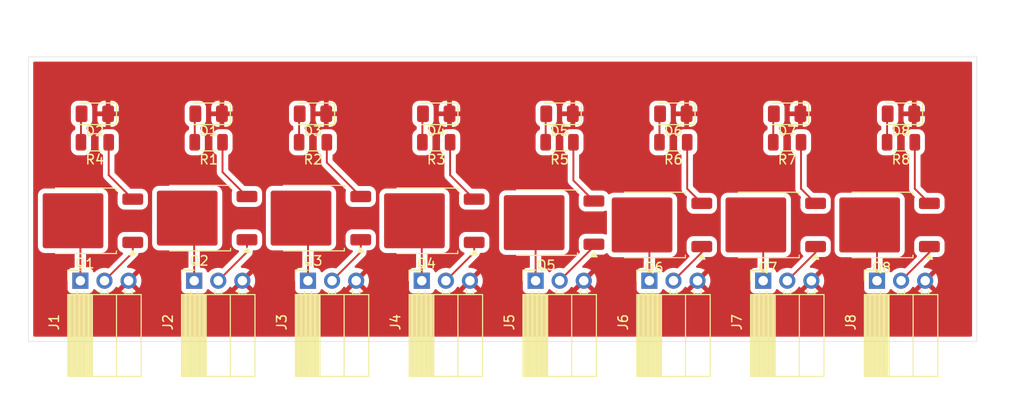
<source format=kicad_pcb>
(kicad_pcb (version 20241229) (generator "pcbnew") (generator_version "9.0")
  (layers (0 "F.Cu" signal) (2 "B.Cu" signal) (13 "F.Paste" user) (15 "B.Paste" user) (5 "F.SilkS" user "F.Silkscreen") (7 "B.SilkS" user "B.Silkscreen") (1 "F.Mask" user) (3 "B.Mask" user) (25 "Edge.Cuts" user))
  (net 0 "")
  (net 1 "GND")
  (net 2 "Net-(D1-A)")
  (net 3 "Net-(D2-A)")
  (net 4 "Net-(D3-A)")
  (net 5 "Net-(D4-A)")
  (net 6 "Net-(D5-A)")
  (net 7 "Net-(D6-A)")
  (net 8 "Net-(D7-A)")
  (net 9 "Net-(D8-A)")
  (net 10 "Net-(J1-Pin_2)")
  (net 11 "+5V")
  (net 12 "Net-(J2-Pin_2)")
  (net 13 "Net-(J3-Pin_2)")
  (net 14 "Net-(J4-Pin_2)")
  (net 15 "Net-(J5-Pin_2)")
  (net 16 "Net-(J6-Pin_2)")
  (net 17 "Net-(J7-Pin_2)")
  (net 18 "Net-(J8-Pin_2)")
  (net 19 "Net-(Q1-S)")
  (net 20 "Net-(Q2-S)")
  (net 21 "Net-(Q3-S)")
  (net 22 "Net-(Q4-S)")
  (net 23 "Net-(Q5-S)")
  (net 24 "Net-(Q6-S)")
  (net 25 "Net-(Q7-S)")
  (net 26 "Net-(Q8-S)")
  (footprint "LED_SMD:LED_1206_3216Metric" (layer "F.Cu") (at 80 11 180)
    (property "Reference" "D7" (at 0 -1.83 0) (layer "F.SilkS"))
    (property "Value" "LED")
    (pad "1" smd roundrect (at -1.4 0 180) (size 1.25 1.75) (layers "F.Cu" "F.Mask" "F.Paste") (roundrect_rratio 0.2) (net 1 "GND"))
    (pad "2" smd roundrect (at 1.4 0 180) (size 1.25 1.75) (layers "F.Cu" "F.Mask" "F.Paste") (roundrect_rratio 0.2) (net 8 "Net-(D7-A)"))
  )
  (footprint "Connector_PinSocket_2.54mm:PinSocket_1x03_P2.54mm_Horizontal" (layer "F.Cu") (at 5.475 28.6 90)
    (property "Reference" "J1" (at -4.38 -2.77 90) (layer "F.SilkS"))
    (property "Value" "Conn_01x03")
    (pad "1" thru_hole rect (at 0 0 90) (size 1.7 1.7) (drill 1) (layers "*.Cu" "*.Mask") (net 11 "+5V"))
    (pad "2" thru_hole circle (at 0 2.54 90) (size 1.7 1.7) (drill 1) (layers "*.Cu" "*.Mask") (net 10 "Net-(J1-Pin_2)"))
    (pad "3" thru_hole circle (at 0 5.08 90) (size 1.7 1.7) (drill 1) (layers "*.Cu" "*.Mask") (net 1 "GND"))
  )
  (footprint "Connector_PinSocket_2.54mm:PinSocket_1x03_P2.54mm_Horizontal" (layer "F.Cu") (at 17.475 28.6 90)
    (property "Reference" "J2" (at -4.38 -2.77 90) (layer "F.SilkS"))
    (property "Value" "Conn_01x03")
    (pad "1" thru_hole rect (at 0 0 90) (size 1.7 1.7) (drill 1) (layers "*.Cu" "*.Mask") (net 11 "+5V"))
    (pad "2" thru_hole circle (at 0 2.54 90) (size 1.7 1.7) (drill 1) (layers "*.Cu" "*.Mask") (net 12 "Net-(J2-Pin_2)"))
    (pad "3" thru_hole circle (at 0 5.08 90) (size 1.7 1.7) (drill 1) (layers "*.Cu" "*.Mask") (net 1 "GND"))
  )
  (footprint "LED_SMD:LED_1206_3216Metric" (layer "F.Cu") (at 30 11 180)
    (property "Reference" "D3" (at 0 -1.83 0) (layer "F.SilkS"))
    (property "Value" "LED")
    (pad "1" smd roundrect (at -1.4 0 180) (size 1.25 1.75) (layers "F.Cu" "F.Mask" "F.Paste") (roundrect_rratio 0.2) (net 1 "GND"))
    (pad "2" smd roundrect (at 1.4 0 180) (size 1.25 1.75) (layers "F.Cu" "F.Mask" "F.Paste") (roundrect_rratio 0.2) (net 4 "Net-(D3-A)"))
  )
  (footprint "LED_SMD:LED_1206_3216Metric" (layer "F.Cu") (at 7 11 180)
    (property "Reference" "D2" (at 0 -1.83 0) (layer "F.SilkS"))
    (property "Value" "LED")
    (pad "1" smd roundrect (at -1.4 0 180) (size 1.25 1.75) (layers "F.Cu" "F.Mask" "F.Paste") (roundrect_rratio 0.2) (net 1 "GND"))
    (pad "2" smd roundrect (at 1.4 0 180) (size 1.25 1.75) (layers "F.Cu" "F.Mask" "F.Paste") (roundrect_rratio 0.2) (net 3 "Net-(D2-A)"))
  )
  (footprint "Package_TO_SOT_SMD:TO-252-2" (layer "F.Cu") (at 65.96 22.72 180)
    (property "Reference" "Q6" (at 0 -4.5 0) (layer "F.SilkS"))
    (property "Value" "QM6006D")
    (pad "1" smd roundrect (at -5.04 -2.28 180) (size 2.2 1.2) (layers "F.Cu" "F.Mask" "F.Paste") (roundrect_rratio 0.208333) (net 16 "Net-(J6-Pin_2)"))
    (pad "2" smd roundrect (at 1.26 0 180) (size 6.4 5.8) (layers "F.Cu" "F.Mask") (roundrect_rratio 0.043103) (net 11 "+5V"))
    (pad "3" smd roundrect (at -5.04 2.28 180) (size 2.2 1.2) (layers "F.Cu" "F.Mask" "F.Paste") (roundrect_rratio 0.208333) (net 24 "Net-(Q6-S)"))
  )
  (footprint "Package_TO_SOT_SMD:TO-252-2" (layer "F.Cu") (at 54.585 22.475 180)
    (property "Reference" "Q5" (at 0 -4.5 0) (layer "F.SilkS"))
    (property "Value" "QM6006D")
    (pad "1" smd roundrect (at -5.04 -2.28 180) (size 2.2 1.2) (layers "F.Cu" "F.Mask" "F.Paste") (roundrect_rratio 0.208333) (net 15 "Net-(J5-Pin_2)"))
    (pad "2" smd roundrect (at 1.26 0 180) (size 6.4 5.8) (layers "F.Cu" "F.Mask") (roundrect_rratio 0.043103) (net 11 "+5V"))
    (pad "3" smd roundrect (at -5.04 2.28 180) (size 2.2 1.2) (layers "F.Cu" "F.Mask" "F.Paste") (roundrect_rratio 0.208333) (net 23 "Net-(Q5-S)"))
  )
  (footprint "Package_TO_SOT_SMD:TO-252-2" (layer "F.Cu") (at 5.96 22.28 180)
    (property "Reference" "Q1" (at 0 -4.5 0) (layer "F.SilkS"))
    (property "Value" "QM6006D")
    (pad "1" smd roundrect (at -5.04 -2.28 180) (size 2.2 1.2) (layers "F.Cu" "F.Mask" "F.Paste") (roundrect_rratio 0.208333) (net 10 "Net-(J1-Pin_2)"))
    (pad "2" smd roundrect (at 1.26 0 180) (size 6.4 5.8) (layers "F.Cu" "F.Mask") (roundrect_rratio 0.043103) (net 11 "+5V"))
    (pad "3" smd roundrect (at -5.04 2.28 180) (size 2.2 1.2) (layers "F.Cu" "F.Mask" "F.Paste") (roundrect_rratio 0.208333) (net 19 "Net-(Q1-S)"))
  )
  (footprint "LED_SMD:LED_1206_3216Metric" (layer "F.Cu") (at 56 11 180)
    (property "Reference" "D5" (at 0 -1.83 0) (layer "F.SilkS"))
    (property "Value" "LED")
    (pad "1" smd roundrect (at -1.4 0 180) (size 1.25 1.75) (layers "F.Cu" "F.Mask" "F.Paste") (roundrect_rratio 0.2) (net 1 "GND"))
    (pad "2" smd roundrect (at 1.4 0 180) (size 1.25 1.75) (layers "F.Cu" "F.Mask" "F.Paste") (roundrect_rratio 0.2) (net 6 "Net-(D5-A)"))
  )
  (footprint "LED_SMD:LED_1206_3216Metric" (layer "F.Cu") (at 68 11 180)
    (property "Reference" "D6" (at 0 -1.83 0) (layer "F.SilkS"))
    (property "Value" "LED")
    (pad "1" smd roundrect (at -1.4 0 180) (size 1.25 1.75) (layers "F.Cu" "F.Mask" "F.Paste") (roundrect_rratio 0.2) (net 1 "GND"))
    (pad "2" smd roundrect (at 1.4 0 180) (size 1.25 1.75) (layers "F.Cu" "F.Mask" "F.Paste") (roundrect_rratio 0.2) (net 7 "Net-(D6-A)"))
  )
  (footprint "Package_TO_SOT_SMD:TO-252-2" (layer "F.Cu") (at 41.96 22.28 180)
    (property "Reference" "Q4" (at 0 -4.5 0) (layer "F.SilkS"))
    (property "Value" "QM6006D")
    (pad "1" smd roundrect (at -5.04 -2.28 180) (size 2.2 1.2) (layers "F.Cu" "F.Mask" "F.Paste") (roundrect_rratio 0.208333) (net 14 "Net-(J4-Pin_2)"))
    (pad "2" smd roundrect (at 1.26 0 180) (size 6.4 5.8) (layers "F.Cu" "F.Mask") (roundrect_rratio 0.043103) (net 11 "+5V"))
    (pad "3" smd roundrect (at -5.04 2.28 180) (size 2.2 1.2) (layers "F.Cu" "F.Mask" "F.Paste") (roundrect_rratio 0.208333) (net 22 "Net-(Q4-S)"))
  )
  (footprint "Package_TO_SOT_SMD:TO-252-2" (layer "F.Cu") (at 30 22 180)
    (property "Reference" "Q3" (at 0 -4.5 0) (layer "F.SilkS"))
    (property "Value" "QM6006D")
    (pad "1" smd roundrect (at -5.04 -2.28 180) (size 2.2 1.2) (layers "F.Cu" "F.Mask" "F.Paste") (roundrect_rratio 0.208333) (net 13 "Net-(J3-Pin_2)"))
    (pad "2" smd roundrect (at 1.26 0 180) (size 6.4 5.8) (layers "F.Cu" "F.Mask") (roundrect_rratio 0.043103) (net 11 "+5V"))
    (pad "3" smd roundrect (at -5.04 2.28 180) (size 2.2 1.2) (layers "F.Cu" "F.Mask" "F.Paste") (roundrect_rratio 0.208333) (net 21 "Net-(Q3-S)"))
  )
  (footprint "Connector_PinSocket_2.54mm:PinSocket_1x03_P2.54mm_Horizontal" (layer "F.Cu") (at 77.475 28.6 90)
    (property "Reference" "J7" (at -4.38 -2.77 90) (layer "F.SilkS"))
    (property "Value" "Conn_01x03")
    (pad "1" thru_hole rect (at 0 0 90) (size 1.7 1.7) (drill 1) (layers "*.Cu" "*.Mask") (net 11 "+5V"))
    (pad "2" thru_hole circle (at 0 2.54 90) (size 1.7 1.7) (drill 1) (layers "*.Cu" "*.Mask") (net 17 "Net-(J7-Pin_2)"))
    (pad "3" thru_hole circle (at 0 5.08 90) (size 1.7 1.7) (drill 1) (layers "*.Cu" "*.Mask") (net 1 "GND"))
  )
  (footprint "Connector_PinSocket_2.54mm:PinSocket_1x03_P2.54mm_Horizontal" (layer "F.Cu") (at 41.475 28.6 90)
    (property "Reference" "J4" (at -4.38 -2.77 90) (layer "F.SilkS"))
    (property "Value" "Conn_01x03")
    (pad "1" thru_hole rect (at 0 0 90) (size 1.7 1.7) (drill 1) (layers "*.Cu" "*.Mask") (net 11 "+5V"))
    (pad "2" thru_hole circle (at 0 2.54 90) (size 1.7 1.7) (drill 1) (layers "*.Cu" "*.Mask") (net 14 "Net-(J4-Pin_2)"))
    (pad "3" thru_hole circle (at 0 5.08 90) (size 1.7 1.7) (drill 1) (layers "*.Cu" "*.Mask") (net 1 "GND"))
  )
  (footprint "Resistor_SMD:R_1206_3216Metric" (layer "F.Cu") (at 68 14 180)
    (property "Reference" "R6" (at 0 -1.83 0) (layer "F.SilkS"))
    (property "Value" "R")
    (pad "1" smd roundrect (at -1.4625 0 180) (size 1.125 1.75) (layers "F.Cu" "F.Mask" "F.Paste") (roundrect_rratio 0.222222) (net 24 "Net-(Q6-S)"))
    (pad "2" smd roundrect (at 1.4625 0 180) (size 1.125 1.75) (layers "F.Cu" "F.Mask" "F.Paste") (roundrect_rratio 0.222222) (net 7 "Net-(D6-A)"))
  )
  (footprint "Resistor_SMD:R_1206_3216Metric" (layer "F.Cu") (at 43 14 180)
    (property "Reference" "R3" (at 0 -1.83 0) (layer "F.SilkS"))
    (property "Value" "R")
    (pad "1" smd roundrect (at -1.4625 0 180) (size 1.125 1.75) (layers "F.Cu" "F.Mask" "F.Paste") (roundrect_rratio 0.222222) (net 22 "Net-(Q4-S)"))
    (pad "2" smd roundrect (at 1.4625 0 180) (size 1.125 1.75) (layers "F.Cu" "F.Mask" "F.Paste") (roundrect_rratio 0.222222) (net 5 "Net-(D4-A)"))
  )
  (footprint "Connector_PinSocket_2.54mm:PinSocket_1x03_P2.54mm_Horizontal" (layer "F.Cu") (at 89.475 28.6 90)
    (property "Reference" "J8" (at -4.38 -2.77 90) (layer "F.SilkS"))
    (property "Value" "Conn_01x03")
    (pad "1" thru_hole rect (at 0 0 90) (size 1.7 1.7) (drill 1) (layers "*.Cu" "*.Mask") (net 11 "+5V"))
    (pad "2" thru_hole circle (at 0 2.54 90) (size 1.7 1.7) (drill 1) (layers "*.Cu" "*.Mask") (net 18 "Net-(J8-Pin_2)"))
    (pad "3" thru_hole circle (at 0 5.08 90) (size 1.7 1.7) (drill 1) (layers "*.Cu" "*.Mask") (net 1 "GND"))
  )
  (footprint "Connector_PinSocket_2.54mm:PinSocket_1x03_P2.54mm_Horizontal" (layer "F.Cu") (at 29.475 28.6 90)
    (property "Reference" "J3" (at -4.38 -2.77 90) (layer "F.SilkS"))
    (property "Value" "Conn_01x03")
    (pad "1" thru_hole rect (at 0 0 90) (size 1.7 1.7) (drill 1) (layers "*.Cu" "*.Mask") (net 11 "+5V"))
    (pad "2" thru_hole circle (at 0 2.54 90) (size 1.7 1.7) (drill 1) (layers "*.Cu" "*.Mask") (net 13 "Net-(J3-Pin_2)"))
    (pad "3" thru_hole circle (at 0 5.08 90) (size 1.7 1.7) (drill 1) (layers "*.Cu" "*.Mask") (net 1 "GND"))
  )
  (footprint "Package_TO_SOT_SMD:TO-252-2" (layer "F.Cu") (at 89.96 22.72 180)
    (property "Reference" "Q8" (at 0 -4.5 0) (layer "F.SilkS"))
    (property "Value" "QM6006D")
    (pad "1" smd roundrect (at -5.04 -2.28 180) (size 2.2 1.2) (layers "F.Cu" "F.Mask" "F.Paste") (roundrect_rratio 0.208333) (net 18 "Net-(J8-Pin_2)"))
    (pad "2" smd roundrect (at 1.26 0 180) (size 6.4 5.8) (layers "F.Cu" "F.Mask") (roundrect_rratio 0.043103) (net 11 "+5V"))
    (pad "3" smd roundrect (at -5.04 2.28 180) (size 2.2 1.2) (layers "F.Cu" "F.Mask" "F.Paste") (roundrect_rratio 0.208333) (net 26 "Net-(Q8-S)"))
  )
  (footprint "Resistor_SMD:R_1206_3216Metric" (layer "F.Cu") (at 30 14 180)
    (property "Reference" "R2" (at 0 -1.83 0) (layer "F.SilkS"))
    (property "Value" "R")
    (pad "1" smd roundrect (at -1.4625 0 180) (size 1.125 1.75) (layers "F.Cu" "F.Mask" "F.Paste") (roundrect_rratio 0.222222) (net 21 "Net-(Q3-S)"))
    (pad "2" smd roundrect (at 1.4625 0 180) (size 1.125 1.75) (layers "F.Cu" "F.Mask" "F.Paste") (roundrect_rratio 0.222222) (net 4 "Net-(D3-A)"))
  )
  (footprint "Resistor_SMD:R_1206_3216Metric" (layer "F.Cu") (at 80 14 180)
    (property "Reference" "R7" (at 0 -1.83 0) (layer "F.SilkS"))
    (property "Value" "R")
    (pad "1" smd roundrect (at -1.4625 0 180) (size 1.125 1.75) (layers "F.Cu" "F.Mask" "F.Paste") (roundrect_rratio 0.222222) (net 25 "Net-(Q7-S)"))
    (pad "2" smd roundrect (at 1.4625 0 180) (size 1.125 1.75) (layers "F.Cu" "F.Mask" "F.Paste") (roundrect_rratio 0.222222) (net 8 "Net-(D7-A)"))
  )
  (footprint "Package_TO_SOT_SMD:TO-252-2" (layer "F.Cu") (at 77.96 22.72 180)
    (property "Reference" "Q7" (at 0 -4.5 0) (layer "F.SilkS"))
    (property "Value" "QM6006D")
    (pad "1" smd roundrect (at -5.04 -2.28 180) (size 2.2 1.2) (layers "F.Cu" "F.Mask" "F.Paste") (roundrect_rratio 0.208333) (net 17 "Net-(J7-Pin_2)"))
    (pad "2" smd roundrect (at 1.26 0 180) (size 6.4 5.8) (layers "F.Cu" "F.Mask") (roundrect_rratio 0.043103) (net 11 "+5V"))
    (pad "3" smd roundrect (at -5.04 2.28 180) (size 2.2 1.2) (layers "F.Cu" "F.Mask" "F.Paste") (roundrect_rratio 0.208333) (net 25 "Net-(Q7-S)"))
  )
  (footprint "Package_TO_SOT_SMD:TO-252-2" (layer "F.Cu") (at 18 22 180)
    (property "Reference" "Q2" (at 0 -4.5 0) (layer "F.SilkS"))
    (property "Value" "QM6006D")
    (pad "1" smd roundrect (at -5.04 -2.28 180) (size 2.2 1.2) (layers "F.Cu" "F.Mask" "F.Paste") (roundrect_rratio 0.208333) (net 12 "Net-(J2-Pin_2)"))
    (pad "2" smd roundrect (at 1.26 0 180) (size 6.4 5.8) (layers "F.Cu" "F.Mask") (roundrect_rratio 0.043103) (net 11 "+5V"))
    (pad "3" smd roundrect (at -5.04 2.28 180) (size 2.2 1.2) (layers "F.Cu" "F.Mask" "F.Paste") (roundrect_rratio 0.208333) (net 20 "Net-(Q2-S)"))
  )
  (footprint "Connector_PinSocket_2.54mm:PinSocket_1x03_P2.54mm_Horizontal" (layer "F.Cu") (at 53.475 28.6 90)
    (property "Reference" "J5" (at -4.38 -2.77 90) (layer "F.SilkS"))
    (property "Value" "Conn_01x03")
    (pad "1" thru_hole rect (at 0 0 90) (size 1.7 1.7) (drill 1) (layers "*.Cu" "*.Mask") (net 11 "+5V"))
    (pad "2" thru_hole circle (at 0 2.54 90) (size 1.7 1.7) (drill 1) (layers "*.Cu" "*.Mask") (net 15 "Net-(J5-Pin_2)"))
    (pad "3" thru_hole circle (at 0 5.08 90) (size 1.7 1.7) (drill 1) (layers "*.Cu" "*.Mask") (net 1 "GND"))
  )
  (footprint "Resistor_SMD:R_1206_3216Metric" (layer "F.Cu") (at 19 14 180)
    (property "Reference" "R1" (at 0 -1.83 0) (layer "F.SilkS"))
    (property "Value" "R")
    (pad "1" smd roundrect (at -1.4625 0 180) (size 1.125 1.75) (layers "F.Cu" "F.Mask" "F.Paste") (roundrect_rratio 0.222222) (net 20 "Net-(Q2-S)"))
    (pad "2" smd roundrect (at 1.4625 0 180) (size 1.125 1.75) (layers "F.Cu" "F.Mask" "F.Paste") (roundrect_rratio 0.222222) (net 2 "Net-(D1-A)"))
  )
  (footprint "LED_SMD:LED_1206_3216Metric" (layer "F.Cu") (at 43 11 180)
    (property "Reference" "D4" (at 0 -1.83 0) (layer "F.SilkS"))
    (property "Value" "LED")
    (pad "1" smd roundrect (at -1.4 0 180) (size 1.25 1.75) (layers "F.Cu" "F.Mask" "F.Paste") (roundrect_rratio 0.2) (net 1 "GND"))
    (pad "2" smd roundrect (at 1.4 0 180) (size 1.25 1.75) (layers "F.Cu" "F.Mask" "F.Paste") (roundrect_rratio 0.2) (net 5 "Net-(D4-A)"))
  )
  (footprint "LED_SMD:LED_1206_3216Metric" (layer "F.Cu") (at 19 11 180)
    (property "Reference" "D1" (at 0 -1.83 0) (layer "F.SilkS"))
    (property "Value" "LED")
    (pad "1" smd roundrect (at -1.4 0 180) (size 1.25 1.75) (layers "F.Cu" "F.Mask" "F.Paste") (roundrect_rratio 0.2) (net 1 "GND"))
    (pad "2" smd roundrect (at 1.4 0 180) (size 1.25 1.75) (layers "F.Cu" "F.Mask" "F.Paste") (roundrect_rratio 0.2) (net 2 "Net-(D1-A)"))
  )
  (footprint "Resistor_SMD:R_1206_3216Metric" (layer "F.Cu") (at 7 14 180)
    (property "Reference" "R4" (at 0 -1.83 0) (layer "F.SilkS"))
    (property "Value" "R")
    (pad "1" smd roundrect (at -1.4625 0 180) (size 1.125 1.75) (layers "F.Cu" "F.Mask" "F.Paste") (roundrect_rratio 0.222222) (net 19 "Net-(Q1-S)"))
    (pad "2" smd roundrect (at 1.4625 0 180) (size 1.125 1.75) (layers "F.Cu" "F.Mask" "F.Paste") (roundrect_rratio 0.222222) (net 3 "Net-(D2-A)"))
  )
  (footprint "LED_SMD:LED_1206_3216Metric" (layer "F.Cu") (at 92 11 180)
    (property "Reference" "D8" (at 0 -1.83 0) (layer "F.SilkS"))
    (property "Value" "LED")
    (pad "1" smd roundrect (at -1.4 0 180) (size 1.25 1.75) (layers "F.Cu" "F.Mask" "F.Paste") (roundrect_rratio 0.2) (net 1 "GND"))
    (pad "2" smd roundrect (at 1.4 0 180) (size 1.25 1.75) (layers "F.Cu" "F.Mask" "F.Paste") (roundrect_rratio 0.2) (net 9 "Net-(D8-A)"))
  )
  (footprint "Connector_PinSocket_2.54mm:PinSocket_1x03_P2.54mm_Horizontal" (layer "F.Cu") (at 65.475 28.6 90)
    (property "Reference" "J6" (at -4.38 -2.77 90) (layer "F.SilkS"))
    (property "Value" "Conn_01x03")
    (pad "1" thru_hole rect (at 0 0 90) (size 1.7 1.7) (drill 1) (layers "*.Cu" "*.Mask") (net 11 "+5V"))
    (pad "2" thru_hole circle (at 0 2.54 90) (size 1.7 1.7) (drill 1) (layers "*.Cu" "*.Mask") (net 16 "Net-(J6-Pin_2)"))
    (pad "3" thru_hole circle (at 0 5.08 90) (size 1.7 1.7) (drill 1) (layers "*.Cu" "*.Mask") (net 1 "GND"))
  )
  (footprint "Resistor_SMD:R_1206_3216Metric" (layer "F.Cu") (at 92 14 180)
    (property "Reference" "R8" (at 0 -1.83 0) (layer "F.SilkS"))
    (property "Value" "R")
    (pad "1" smd roundrect (at -1.4625 0 180) (size 1.125 1.75) (layers "F.Cu" "F.Mask" "F.Paste") (roundrect_rratio 0.222222) (net 26 "Net-(Q8-S)"))
    (pad "2" smd roundrect (at 1.4625 0 180) (size 1.125 1.75) (layers "F.Cu" "F.Mask" "F.Paste") (roundrect_rratio 0.222222) (net 9 "Net-(D8-A)"))
  )
  (footprint "Resistor_SMD:R_1206_3216Metric" (layer "F.Cu") (at 56 14 180)
    (property "Reference" "R5" (at 0 -1.83 0) (layer "F.SilkS"))
    (property "Value" "R")
    (pad "1" smd roundrect (at -1.4625 0 180) (size 1.125 1.75) (layers "F.Cu" "F.Mask" "F.Paste") (roundrect_rratio 0.222222) (net 23 "Net-(Q5-S)"))
    (pad "2" smd roundrect (at 1.4625 0 180) (size 1.125 1.75) (layers "F.Cu" "F.Mask" "F.Paste") (roundrect_rratio 0.222222) (net 6 "Net-(D5-A)"))
  )
  (gr_rect (start 0 5) (end 100 35) (stroke (width 0.05)) (fill no) (layer "Edge.Cuts"))
  (segment (start 17.5375 11.0625) (end 17.6 11) (width 0.2) (layer "F.Cu") (net 2))
  (segment (start 17.5375 14) (end 17.5375 11.0625) (width 0.2) (layer "F.Cu") (net 2))
  (segment (start 5.5375 14) (end 5.5375 11.0625) (width 0.2) (layer "F.Cu") (net 3))
  (segment (start 5.5375 11.0625) (end 5.6 11) (width 0.2) (layer "F.Cu") (net 3))
  (segment (start 28.5375 14) (end 28.5375 11.0625) (width 0.2) (layer "F.Cu") (net 4))
  (segment (start 28.5375 11.0625) (end 28.6 11) (width 0.2) (layer "F.Cu") (net 4))
  (segment (start 41.5375 11.0625) (end 41.6 11) (width 0.2) (layer "F.Cu") (net 5))
  (segment (start 41.5375 14) (end 41.5375 11.0625) (width 0.2) (layer "F.Cu") (net 5))
  (segment (start 54.5375 14) (end 54.5375 11.0625) (width 0.2) (layer "F.Cu") (net 6))
  (segment (start 54.5375 11.0625) (end 54.6 11) (width 0.2) (layer "F.Cu") (net 6))
  (segment (start 66.5375 11.0625) (end 66.6 11) (width 0.2) (layer "F.Cu") (net 7))
  (segment (start 66.5375 14) (end 66.5375 11.0625) (width 0.2) (layer "F.Cu") (net 7))
  (segment (start 78.5375 14) (end 78.5375 11.0625) (width 0.2) (layer "F.Cu") (net 8))
  (segment (start 78.5375 11.0625) (end 78.6 11) (width 0.2) (layer "F.Cu") (net 8))
  (segment (start 90.5375 14) (end 90.5375 11.0625) (width 0.2) (layer "F.Cu") (net 9))
  (segment (start 90.5375 11.0625) (end 90.6 11) (width 0.2) (layer "F.Cu") (net 9))
  (segment (start 11 25.615) (end 11 24.56) (width 0.2) (layer "F.Cu") (net 10))
  (segment (start 8.015 28.6) (end 11 25.615) (width 0.2) (layer "F.Cu") (net 10))
  (segment (start 5.475 28.6) (end 5.475 23.055) (width 0.2) (layer "F.Cu") (net 11))
  (segment (start 17.475 28.6) (end 17.475 22.735) (width 0.2) (layer "F.Cu") (net 11))
  (segment (start 5.475 23.055) (end 4.7 22.28) (width 0.2) (layer "F.Cu") (net 11))
  (segment (start 29.475 22.735) (end 28.74 22) (width 0.2) (layer "F.Cu") (net 11))
  (segment (start 89.475 23.495) (end 88.7 22.72) (width 0.2) (layer "F.Cu") (net 11))
  (segment (start 65.475 23.495) (end 64.7 22.72) (width 0.2) (layer "F.Cu") (net 11))
  (segment (start 29.475 28.6) (end 29.475 22.735) (width 0.2) (layer "F.Cu") (net 11))
  (segment (start 65.475 28.6) (end 65.475 23.495) (width 0.2) (layer "F.Cu") (net 11))
  (segment (start 77.475 23.495) (end 76.7 22.72) (width 0.2) (layer "F.Cu") (net 11))
  (segment (start 53.475 28.6) (end 53.475 22.625) (width 0.2) (layer "F.Cu") (net 11))
  (segment (start 41.475 28.6) (end 41.475 23.055) (width 0.2) (layer "F.Cu") (net 11))
  (segment (start 17.475 22.735) (end 16.74 22) (width 0.2) (layer "F.Cu") (net 11))
  (segment (start 77.475 28.6) (end 77.475 23.495) (width 0.2) (layer "F.Cu") (net 11))
  (segment (start 53.475 22.625) (end 53.325 22.475) (width 0.2) (layer "F.Cu") (net 11))
  (segment (start 41.475 23.055) (end 40.7 22.28) (width 0.2) (layer "F.Cu") (net 11))
  (segment (start 89.475 28.6) (end 89.475 23.495) (width 0.2) (layer "F.Cu") (net 11))
  (segment (start 23.04 25.575) (end 23.04 24.28) (width 0.2) (layer "F.Cu") (net 12))
  (segment (start 20.015 28.6) (end 23.04 25.575) (width 0.2) (layer "F.Cu") (net 12))
  (segment (start 32.015 28.6) (end 35.04 25.575) (width 0.2) (layer "F.Cu") (net 13))
  (segment (start 35.04 25.575) (end 35.04 24.28) (width 0.2) (layer "F.Cu") (net 13))
  (segment (start 47 25.615) (end 47 24.56) (width 0.2) (layer "F.Cu") (net 14))
  (segment (start 44.015 28.6) (end 47 25.615) (width 0.2) (layer "F.Cu") (net 14))
  (segment (start 59.625 24.99) (end 59.625 24.755) (width 0.2) (layer "F.Cu") (net 15))
  (segment (start 56.015 28.6) (end 59.625 24.99) (width 0.2) (layer "F.Cu") (net 15))
  (segment (start 68.015 28.6) (end 71 25.615) (width 0.2) (layer "F.Cu") (net 16))
  (segment (start 71 25.615) (end 71 25) (width 0.2) (layer "F.Cu") (net 16))
  (segment (start 83 25.615) (end 83 25) (width 0.2) (layer "F.Cu") (net 17))
  (segment (start 80.015 28.6) (end 83 25.615) (width 0.2) (layer "F.Cu") (net 17))
  (segment (start 92.015 28.6) (end 95 25.615) (width 0.2) (layer "F.Cu") (net 18))
  (segment (start 95 25.615) (end 95 25) (width 0.2) (layer "F.Cu") (net 18))
  (segment (start 8.4625 17.4625) (end 8.4625 14) (width 0.2) (layer "F.Cu") (net 19))
  (segment (start 11 20) (end 8.4625 17.4625) (width 0.2) (layer "F.Cu") (net 19))
  (segment (start 23.04 19.72) (end 20.4625 17.1425) (width 0.2) (layer "F.Cu") (net 20))
  (segment (start 20.4625 17.1425) (end 20.4625 14) (width 0.2) (layer "F.Cu") (net 20))
  (segment (start 31.4625 16.1425) (end 31.4625 14) (width 0.2) (layer "F.Cu") (net 21))
  (segment (start 35.04 19.72) (end 31.4625 16.1425) (width 0.2) (layer "F.Cu") (net 21))
  (segment (start 47 20) (end 44.4625 17.4625) (width 0.2) (layer "F.Cu") (net 22))
  (segment (start 44.4625 17.4625) (end 44.4625 14) (width 0.2) (layer "F.Cu") (net 22))
  (segment (start 59.625 20.195) (end 57.4625 18.0325) (width 0.2) (layer "F.Cu") (net 23))
  (segment (start 57.4625 18.0325) (end 57.4625 14) (width 0.2) (layer "F.Cu") (net 23))
  (segment (start 69.4625 18.9025) (end 69.4625 14) (width 0.2) (layer "F.Cu") (net 24))
  (segment (start 71 20.44) (end 69.4625 18.9025) (width 0.2) (layer "F.Cu") (net 24))
  (segment (start 83 20.44) (end 81.4625 18.9025) (width 0.2) (layer "F.Cu") (net 25))
  (segment (start 81.4625 18.9025) (end 81.4625 14) (width 0.2) (layer "F.Cu") (net 25))
  (segment (start 95 20.44) (end 93.4625 18.9025) (width 0.2) (layer "F.Cu") (net 26))
  (segment (start 93.4625 18.9025) (end 93.4625 14) (width 0.2) (layer "F.Cu") (net 26))
  (zone (net 1) (net_name "GND") (layer "F.Cu") (connect_pads (clearance 0.5)) (min_thickness 0.25) (fill yes (thermal_gap 0.5) (thermal_bridge_width 0.5))
    (polygon (pts (xy -2 -1) (xy 105 0) (xy 105 43) (xy -3 43)))
  )
)
</source>
